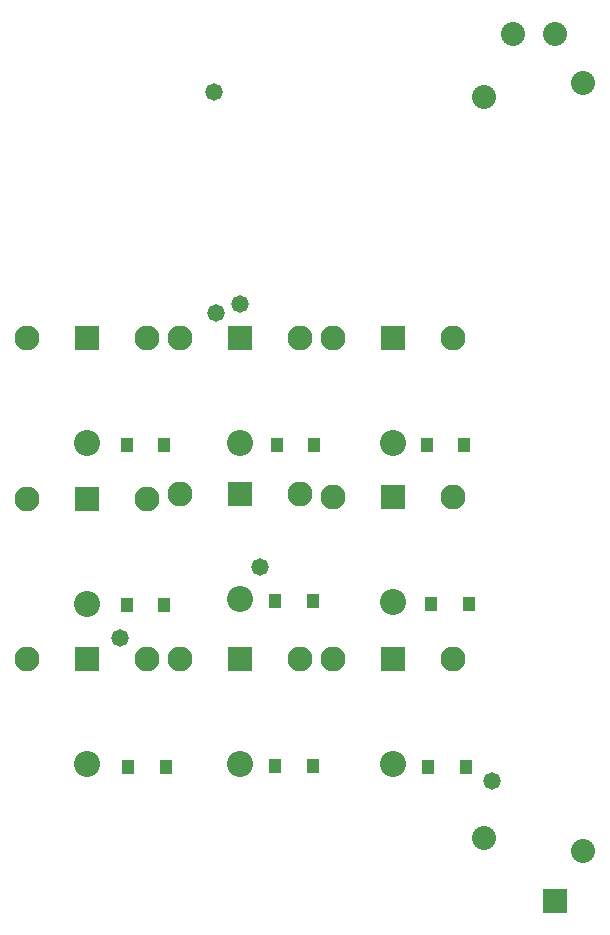
<source format=gbs>
G04*
G04 #@! TF.GenerationSoftware,Altium Limited,Altium Designer,24.6.1 (21)*
G04*
G04 Layer_Color=16711935*
%FSLAX44Y44*%
%MOMM*%
G71*
G04*
G04 #@! TF.SameCoordinates,736086DD-486C-4D62-845F-A3B091FE1A49*
G04*
G04*
G04 #@! TF.FilePolarity,Negative*
G04*
G01*
G75*
%ADD18C,2.0320*%
%ADD19R,2.0320X2.0320*%
%ADD20C,2.1032*%
%ADD21R,2.1032X2.1032*%
%ADD22C,2.2032*%
%ADD23C,1.4732*%
%ADD29R,1.1032X1.1532*%
D18*
X703580Y1205230D02*
D03*
Y577850D02*
D03*
X787400Y1216660D02*
D03*
Y566420D02*
D03*
X728091Y1258570D02*
D03*
X762889D02*
D03*
D19*
Y524510D02*
D03*
D20*
X316230Y1000760D02*
D03*
X417830D02*
D03*
X316230Y728980D02*
D03*
X417830D02*
D03*
X316230Y864870D02*
D03*
X417830D02*
D03*
X547370Y728980D02*
D03*
X445770D02*
D03*
X676910D02*
D03*
X575310D02*
D03*
X547370Y868680D02*
D03*
X445770D02*
D03*
X676910Y866140D02*
D03*
X575310D02*
D03*
X547370Y1000760D02*
D03*
X445770D02*
D03*
X676910D02*
D03*
X575310D02*
D03*
D21*
X367030D02*
D03*
Y728980D02*
D03*
Y864870D02*
D03*
X496570Y868680D02*
D03*
Y728980D02*
D03*
X626110D02*
D03*
Y866140D02*
D03*
X496570Y1000760D02*
D03*
X626110D02*
D03*
D22*
X367030Y911860D02*
D03*
Y640080D02*
D03*
Y775970D02*
D03*
X496570Y640080D02*
D03*
X626110D02*
D03*
X496570Y779780D02*
D03*
X626110Y777240D02*
D03*
X496570Y911860D02*
D03*
X626110D02*
D03*
D23*
X474980Y1209040D02*
D03*
X496570Y1029970D02*
D03*
X476250Y1022350D02*
D03*
X513588Y807466D02*
D03*
X394970Y747014D02*
D03*
X709930Y626110D02*
D03*
D29*
X686310Y910590D02*
D03*
X654810D02*
D03*
X690120Y775970D02*
D03*
X658620D02*
D03*
X559310Y910590D02*
D03*
X527810D02*
D03*
X432310Y774700D02*
D03*
X400810D02*
D03*
X558040Y778510D02*
D03*
X526540D02*
D03*
X558040Y638810D02*
D03*
X526540D02*
D03*
X432310Y910590D02*
D03*
X400810D02*
D03*
X433580Y637540D02*
D03*
X402080D02*
D03*
X687580D02*
D03*
X656080D02*
D03*
M02*

</source>
